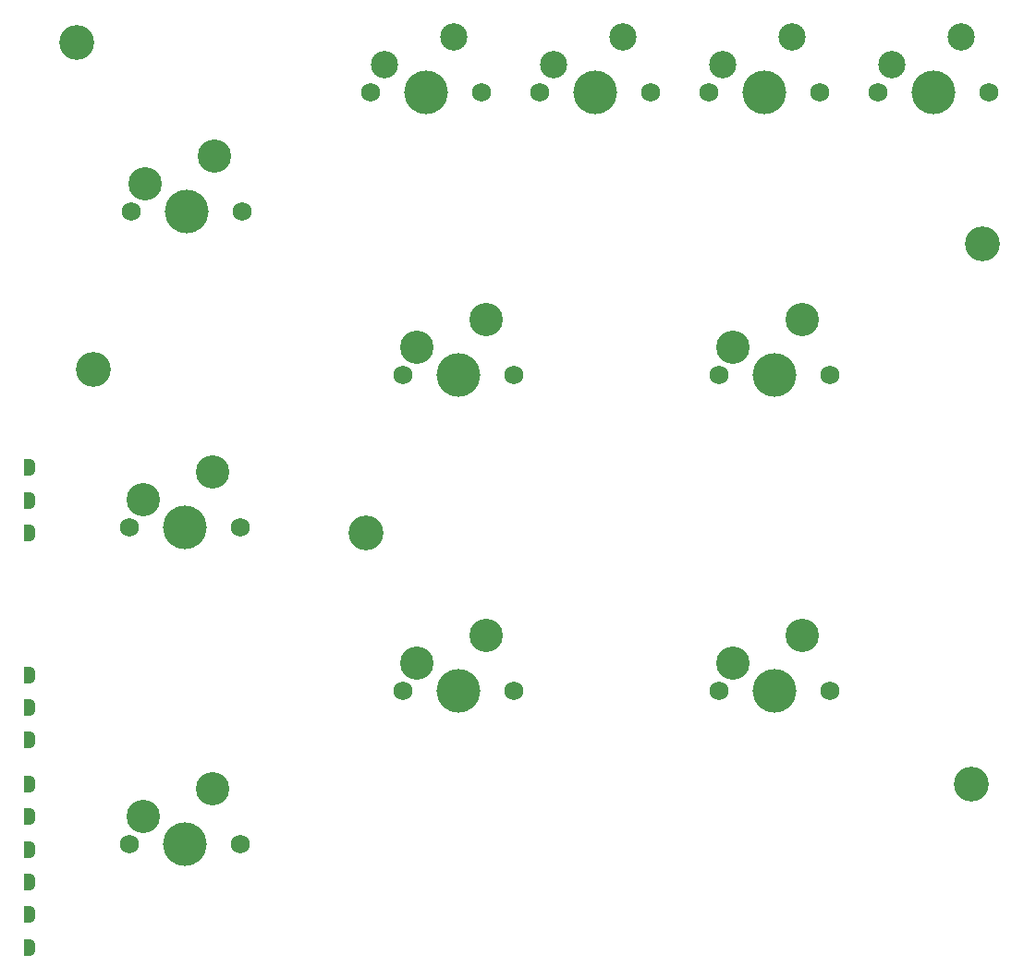
<source format=gbr>
%TF.GenerationSoftware,KiCad,Pcbnew,8.0.4*%
%TF.CreationDate,2024-07-29T15:22:08-07:00*%
%TF.ProjectId,3board_b,33626f61-7264-45f6-922e-6b696361645f,rev?*%
%TF.SameCoordinates,Original*%
%TF.FileFunction,Soldermask,Top*%
%TF.FilePolarity,Negative*%
%FSLAX46Y46*%
G04 Gerber Fmt 4.6, Leading zero omitted, Abs format (unit mm)*
G04 Created by KiCad (PCBNEW 8.0.4) date 2024-07-29 15:22:08*
%MOMM*%
%LPD*%
G01*
G04 APERTURE LIST*
G04 Aperture macros list*
%AMFreePoly0*
4,1,19,0.000000,0.744911,0.071157,0.744911,0.207708,0.704816,0.327430,0.627875,0.420627,0.520320,0.479746,0.390866,0.500000,0.250000,0.500000,-0.250000,0.479746,-0.390866,0.420627,-0.520320,0.327430,-0.627875,0.207708,-0.704816,0.071157,-0.744911,0.000000,-0.744911,0.000000,-0.750000,-0.500000,-0.750000,-0.500000,0.750000,0.000000,0.750000,0.000000,0.744911,0.000000,0.744911,
$1*%
G04 Aperture macros list end*
%ADD10C,1.750000*%
%ADD11C,3.050000*%
%ADD12C,4.000000*%
%ADD13C,2.500000*%
%ADD14FreePoly0,0.000000*%
%ADD15C,3.200000*%
G04 APERTURE END LIST*
D10*
%TO.C,SW4_LP*%
X112088943Y-69000000D03*
D11*
X113358943Y-66460000D03*
D12*
X117168943Y-69000000D03*
D11*
X119708943Y-63920000D03*
D10*
X122248943Y-69000000D03*
%TD*%
%TO.C,SW15_TOUCHPAD*%
X180655000Y-29080000D03*
D12*
X185735000Y-29080000D03*
D10*
X190815000Y-29080000D03*
D13*
X181925000Y-26540000D03*
X188275000Y-24000000D03*
%TD*%
D14*
%TO.C,JP15*%
X102947500Y-88500000D03*
%TD*%
%TO.C,JP18*%
X102947500Y-107500000D03*
%TD*%
D10*
%TO.C,SW10_SHARE*%
X149655000Y-29080000D03*
D12*
X154735000Y-29080000D03*
D10*
X159815000Y-29080000D03*
D13*
X150925000Y-26540000D03*
X157275000Y-24000000D03*
%TD*%
D15*
%TO.C,H12*%
X108735000Y-54500000D03*
%TD*%
D14*
%TO.C,JP20*%
X102947500Y-101500000D03*
%TD*%
%TO.C,JP19*%
X102947500Y-104500000D03*
%TD*%
%TO.C,JP21*%
X102947500Y-66500000D03*
%TD*%
D10*
%TO.C,SW9_HK*%
X166088943Y-84000000D03*
D11*
X167358943Y-81460000D03*
D12*
X171168943Y-84000000D03*
D11*
X173708943Y-78920000D03*
D10*
X176248943Y-84000000D03*
%TD*%
D14*
%TO.C,JP26*%
X102947500Y-98500000D03*
%TD*%
%TO.C,JP17*%
X102947500Y-92500000D03*
%TD*%
D10*
%TO.C,SW3_MK*%
X137088943Y-84000000D03*
D11*
X138358943Y-81460000D03*
D12*
X142168943Y-84000000D03*
D11*
X144708943Y-78920000D03*
D10*
X147248943Y-84000000D03*
%TD*%
D14*
%TO.C,JP22*%
X102947500Y-69500000D03*
%TD*%
%TO.C,JP24*%
X102947500Y-85500000D03*
%TD*%
D10*
%TO.C,SW2_LK*%
X112088943Y-98000000D03*
D11*
X113358943Y-95460000D03*
D12*
X117168943Y-98000000D03*
D11*
X119708943Y-92920000D03*
D10*
X122248943Y-98000000D03*
%TD*%
D15*
%TO.C,H11*%
X189235000Y-92500000D03*
%TD*%
%TO.C,H8*%
X133735000Y-69500000D03*
%TD*%
D10*
%TO.C,SW5_MP*%
X137088943Y-55000000D03*
D11*
X138358943Y-52460000D03*
D12*
X142168943Y-55000000D03*
D11*
X144708943Y-49920000D03*
D10*
X147248943Y-55000000D03*
%TD*%
%TO.C,SW14_PS*%
X165155000Y-29080000D03*
D12*
X170235000Y-29080000D03*
D10*
X175315000Y-29080000D03*
D13*
X166425000Y-26540000D03*
X172775000Y-24000000D03*
%TD*%
D10*
%TO.C,SW6_DI*%
X112269257Y-40000561D03*
D11*
X113539257Y-37460561D03*
D12*
X117349257Y-40000561D03*
D11*
X119889257Y-34920561D03*
D10*
X122429257Y-40000561D03*
%TD*%
D14*
%TO.C,JP27*%
X102947500Y-95500000D03*
%TD*%
D15*
%TO.C,H10*%
X190235000Y-43000000D03*
%TD*%
D10*
%TO.C,SW7_HP*%
X166088943Y-55000000D03*
D11*
X167358943Y-52460000D03*
D12*
X171168943Y-55000000D03*
D11*
X173708943Y-49920000D03*
D10*
X176248943Y-55000000D03*
%TD*%
D14*
%TO.C,JP25*%
X102947500Y-63500000D03*
%TD*%
D15*
%TO.C,H9*%
X107235000Y-24500000D03*
%TD*%
D14*
%TO.C,JP23*%
X102947500Y-82500000D03*
%TD*%
D10*
%TO.C,SW11_START*%
X134155000Y-29080000D03*
D12*
X139235000Y-29080000D03*
D10*
X144315000Y-29080000D03*
D13*
X135425000Y-26540000D03*
X141775000Y-24000000D03*
%TD*%
M02*

</source>
